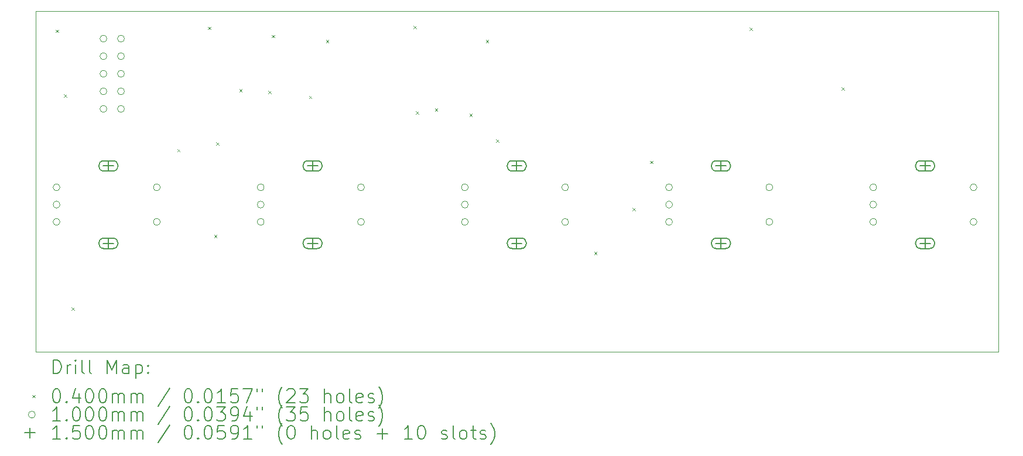
<source format=gbr>
%TF.GenerationSoftware,KiCad,Pcbnew,7.0.7*%
%TF.CreationDate,2024-03-19T10:02:14+01:00*%
%TF.ProjectId,Poly_UA_controller_5enc_5sw,506f6c79-5f55-4415-9f63-6f6e74726f6c,rev?*%
%TF.SameCoordinates,Original*%
%TF.FileFunction,Drillmap*%
%TF.FilePolarity,Positive*%
%FSLAX45Y45*%
G04 Gerber Fmt 4.5, Leading zero omitted, Abs format (unit mm)*
G04 Created by KiCad (PCBNEW 7.0.7) date 2024-03-19 10:02:14*
%MOMM*%
%LPD*%
G01*
G04 APERTURE LIST*
%ADD10C,0.100000*%
%ADD11C,0.200000*%
%ADD12C,0.040000*%
%ADD13C,0.150000*%
G04 APERTURE END LIST*
D10*
X11403160Y-1493520D02*
X25322360Y-1493520D01*
X25322360Y-6418580D01*
X11403160Y-6418580D01*
X11403160Y-1493520D01*
D11*
D12*
X11695580Y-1760540D02*
X11735580Y-1800540D01*
X11735580Y-1760540D02*
X11695580Y-1800540D01*
X11809880Y-2692720D02*
X11849880Y-2732720D01*
X11849880Y-2692720D02*
X11809880Y-2732720D01*
X11921640Y-5778820D02*
X11961640Y-5818820D01*
X11961640Y-5778820D02*
X11921640Y-5818820D01*
X13450720Y-3487740D02*
X13490720Y-3527740D01*
X13490720Y-3487740D02*
X13450720Y-3527740D01*
X13897760Y-1717360D02*
X13937760Y-1757360D01*
X13937760Y-1717360D02*
X13897760Y-1757360D01*
X13984120Y-4724720D02*
X14024120Y-4764720D01*
X14024120Y-4724720D02*
X13984120Y-4764720D01*
X14012060Y-3388680D02*
X14052060Y-3428680D01*
X14052060Y-3388680D02*
X14012060Y-3428680D01*
X14347340Y-2621600D02*
X14387340Y-2661600D01*
X14387340Y-2621600D02*
X14347340Y-2661600D01*
X14768980Y-2647000D02*
X14808980Y-2687000D01*
X14808980Y-2647000D02*
X14768980Y-2687000D01*
X14819780Y-1836740D02*
X14859780Y-1876740D01*
X14859780Y-1836740D02*
X14819780Y-1876740D01*
X15355720Y-2715580D02*
X15395720Y-2755580D01*
X15395720Y-2715580D02*
X15355720Y-2755580D01*
X15602100Y-1905320D02*
X15642100Y-1945320D01*
X15642100Y-1905320D02*
X15602100Y-1945320D01*
X16869560Y-1707200D02*
X16909560Y-1747200D01*
X16909560Y-1707200D02*
X16869560Y-1747200D01*
X16900040Y-2941640D02*
X16940040Y-2981640D01*
X16940040Y-2941640D02*
X16900040Y-2981640D01*
X17175800Y-2895920D02*
X17215800Y-2935920D01*
X17215800Y-2895920D02*
X17175800Y-2935920D01*
X17676180Y-2974660D02*
X17716180Y-3014660D01*
X17716180Y-2974660D02*
X17676180Y-3014660D01*
X17913500Y-1907860D02*
X17953500Y-1947860D01*
X17953500Y-1907860D02*
X17913500Y-1947860D01*
X18059720Y-3348040D02*
X18099720Y-3388040D01*
X18099720Y-3348040D02*
X18059720Y-3388040D01*
X19478140Y-4973640D02*
X19518140Y-5013640D01*
X19518140Y-4973640D02*
X19478140Y-5013640D01*
X20034400Y-4338640D02*
X20074400Y-4378640D01*
X20074400Y-4338640D02*
X20034400Y-4378640D01*
X20288400Y-3655380D02*
X20328400Y-3695380D01*
X20328400Y-3655380D02*
X20288400Y-3695380D01*
X21726040Y-1727520D02*
X21766040Y-1767520D01*
X21766040Y-1727520D02*
X21726040Y-1767520D01*
X23054460Y-2596200D02*
X23094460Y-2636200D01*
X23094460Y-2596200D02*
X23054460Y-2636200D01*
D10*
X11755560Y-4040060D02*
G75*
G03*
X11755560Y-4040060I-50000J0D01*
G01*
X11755560Y-4290060D02*
G75*
G03*
X11755560Y-4290060I-50000J0D01*
G01*
X11755560Y-4540060D02*
G75*
G03*
X11755560Y-4540060I-50000J0D01*
G01*
X12434100Y-1890260D02*
G75*
G03*
X12434100Y-1890260I-50000J0D01*
G01*
X12434100Y-2144260D02*
G75*
G03*
X12434100Y-2144260I-50000J0D01*
G01*
X12434100Y-2398260D02*
G75*
G03*
X12434100Y-2398260I-50000J0D01*
G01*
X12434100Y-2652260D02*
G75*
G03*
X12434100Y-2652260I-50000J0D01*
G01*
X12434100Y-2906260D02*
G75*
G03*
X12434100Y-2906260I-50000J0D01*
G01*
X12688100Y-1890260D02*
G75*
G03*
X12688100Y-1890260I-50000J0D01*
G01*
X12688100Y-2144260D02*
G75*
G03*
X12688100Y-2144260I-50000J0D01*
G01*
X12688100Y-2398260D02*
G75*
G03*
X12688100Y-2398260I-50000J0D01*
G01*
X12688100Y-2652260D02*
G75*
G03*
X12688100Y-2652260I-50000J0D01*
G01*
X12688100Y-2906260D02*
G75*
G03*
X12688100Y-2906260I-50000J0D01*
G01*
X13205560Y-4040060D02*
G75*
G03*
X13205560Y-4040060I-50000J0D01*
G01*
X13205560Y-4540060D02*
G75*
G03*
X13205560Y-4540060I-50000J0D01*
G01*
X14707675Y-4040060D02*
G75*
G03*
X14707675Y-4040060I-50000J0D01*
G01*
X14707675Y-4290060D02*
G75*
G03*
X14707675Y-4290060I-50000J0D01*
G01*
X14707675Y-4540060D02*
G75*
G03*
X14707675Y-4540060I-50000J0D01*
G01*
X16157675Y-4040060D02*
G75*
G03*
X16157675Y-4040060I-50000J0D01*
G01*
X16157675Y-4540060D02*
G75*
G03*
X16157675Y-4540060I-50000J0D01*
G01*
X17659790Y-4040060D02*
G75*
G03*
X17659790Y-4040060I-50000J0D01*
G01*
X17659790Y-4290060D02*
G75*
G03*
X17659790Y-4290060I-50000J0D01*
G01*
X17659790Y-4540060D02*
G75*
G03*
X17659790Y-4540060I-50000J0D01*
G01*
X19109790Y-4040060D02*
G75*
G03*
X19109790Y-4040060I-50000J0D01*
G01*
X19109790Y-4540060D02*
G75*
G03*
X19109790Y-4540060I-50000J0D01*
G01*
X20611905Y-4040060D02*
G75*
G03*
X20611905Y-4040060I-50000J0D01*
G01*
X20611905Y-4290060D02*
G75*
G03*
X20611905Y-4290060I-50000J0D01*
G01*
X20611905Y-4540060D02*
G75*
G03*
X20611905Y-4540060I-50000J0D01*
G01*
X22061905Y-4040060D02*
G75*
G03*
X22061905Y-4040060I-50000J0D01*
G01*
X22061905Y-4540060D02*
G75*
G03*
X22061905Y-4540060I-50000J0D01*
G01*
X23564020Y-4040060D02*
G75*
G03*
X23564020Y-4040060I-50000J0D01*
G01*
X23564020Y-4290060D02*
G75*
G03*
X23564020Y-4290060I-50000J0D01*
G01*
X23564020Y-4540060D02*
G75*
G03*
X23564020Y-4540060I-50000J0D01*
G01*
X25014020Y-4040060D02*
G75*
G03*
X25014020Y-4040060I-50000J0D01*
G01*
X25014020Y-4540060D02*
G75*
G03*
X25014020Y-4540060I-50000J0D01*
G01*
D13*
X12455560Y-3655060D02*
X12455560Y-3805060D01*
X12380560Y-3730060D02*
X12530560Y-3730060D01*
D11*
X12390560Y-3805060D02*
X12520560Y-3805060D01*
X12520560Y-3805060D02*
G75*
G03*
X12520560Y-3655060I0J75000D01*
G01*
X12520560Y-3655060D02*
X12390560Y-3655060D01*
X12390560Y-3655060D02*
G75*
G03*
X12390560Y-3805060I0J-75000D01*
G01*
D13*
X12455560Y-4775060D02*
X12455560Y-4925060D01*
X12380560Y-4850060D02*
X12530560Y-4850060D01*
D11*
X12390560Y-4925060D02*
X12520560Y-4925060D01*
X12520560Y-4925060D02*
G75*
G03*
X12520560Y-4775060I0J75000D01*
G01*
X12520560Y-4775060D02*
X12390560Y-4775060D01*
X12390560Y-4775060D02*
G75*
G03*
X12390560Y-4925060I0J-75000D01*
G01*
D13*
X15407675Y-3655060D02*
X15407675Y-3805060D01*
X15332675Y-3730060D02*
X15482675Y-3730060D01*
D11*
X15342675Y-3805060D02*
X15472675Y-3805060D01*
X15472675Y-3805060D02*
G75*
G03*
X15472675Y-3655060I0J75000D01*
G01*
X15472675Y-3655060D02*
X15342675Y-3655060D01*
X15342675Y-3655060D02*
G75*
G03*
X15342675Y-3805060I0J-75000D01*
G01*
D13*
X15407675Y-4775060D02*
X15407675Y-4925060D01*
X15332675Y-4850060D02*
X15482675Y-4850060D01*
D11*
X15342675Y-4925060D02*
X15472675Y-4925060D01*
X15472675Y-4925060D02*
G75*
G03*
X15472675Y-4775060I0J75000D01*
G01*
X15472675Y-4775060D02*
X15342675Y-4775060D01*
X15342675Y-4775060D02*
G75*
G03*
X15342675Y-4925060I0J-75000D01*
G01*
D13*
X18359790Y-3655060D02*
X18359790Y-3805060D01*
X18284790Y-3730060D02*
X18434790Y-3730060D01*
D11*
X18294790Y-3805060D02*
X18424790Y-3805060D01*
X18424790Y-3805060D02*
G75*
G03*
X18424790Y-3655060I0J75000D01*
G01*
X18424790Y-3655060D02*
X18294790Y-3655060D01*
X18294790Y-3655060D02*
G75*
G03*
X18294790Y-3805060I0J-75000D01*
G01*
D13*
X18359790Y-4775060D02*
X18359790Y-4925060D01*
X18284790Y-4850060D02*
X18434790Y-4850060D01*
D11*
X18294790Y-4925060D02*
X18424790Y-4925060D01*
X18424790Y-4925060D02*
G75*
G03*
X18424790Y-4775060I0J75000D01*
G01*
X18424790Y-4775060D02*
X18294790Y-4775060D01*
X18294790Y-4775060D02*
G75*
G03*
X18294790Y-4925060I0J-75000D01*
G01*
D13*
X21311905Y-3655060D02*
X21311905Y-3805060D01*
X21236905Y-3730060D02*
X21386905Y-3730060D01*
D11*
X21246905Y-3805060D02*
X21376905Y-3805060D01*
X21376905Y-3805060D02*
G75*
G03*
X21376905Y-3655060I0J75000D01*
G01*
X21376905Y-3655060D02*
X21246905Y-3655060D01*
X21246905Y-3655060D02*
G75*
G03*
X21246905Y-3805060I0J-75000D01*
G01*
D13*
X21311905Y-4775060D02*
X21311905Y-4925060D01*
X21236905Y-4850060D02*
X21386905Y-4850060D01*
D11*
X21246905Y-4925060D02*
X21376905Y-4925060D01*
X21376905Y-4925060D02*
G75*
G03*
X21376905Y-4775060I0J75000D01*
G01*
X21376905Y-4775060D02*
X21246905Y-4775060D01*
X21246905Y-4775060D02*
G75*
G03*
X21246905Y-4925060I0J-75000D01*
G01*
D13*
X24264020Y-3655060D02*
X24264020Y-3805060D01*
X24189020Y-3730060D02*
X24339020Y-3730060D01*
D11*
X24199020Y-3805060D02*
X24329020Y-3805060D01*
X24329020Y-3805060D02*
G75*
G03*
X24329020Y-3655060I0J75000D01*
G01*
X24329020Y-3655060D02*
X24199020Y-3655060D01*
X24199020Y-3655060D02*
G75*
G03*
X24199020Y-3805060I0J-75000D01*
G01*
D13*
X24264020Y-4775060D02*
X24264020Y-4925060D01*
X24189020Y-4850060D02*
X24339020Y-4850060D01*
D11*
X24199020Y-4925060D02*
X24329020Y-4925060D01*
X24329020Y-4925060D02*
G75*
G03*
X24329020Y-4775060I0J75000D01*
G01*
X24329020Y-4775060D02*
X24199020Y-4775060D01*
X24199020Y-4775060D02*
G75*
G03*
X24199020Y-4925060I0J-75000D01*
G01*
X11658937Y-6735064D02*
X11658937Y-6535064D01*
X11658937Y-6535064D02*
X11706556Y-6535064D01*
X11706556Y-6535064D02*
X11735127Y-6544588D01*
X11735127Y-6544588D02*
X11754175Y-6563635D01*
X11754175Y-6563635D02*
X11763699Y-6582683D01*
X11763699Y-6582683D02*
X11773222Y-6620778D01*
X11773222Y-6620778D02*
X11773222Y-6649349D01*
X11773222Y-6649349D02*
X11763699Y-6687445D01*
X11763699Y-6687445D02*
X11754175Y-6706492D01*
X11754175Y-6706492D02*
X11735127Y-6725540D01*
X11735127Y-6725540D02*
X11706556Y-6735064D01*
X11706556Y-6735064D02*
X11658937Y-6735064D01*
X11858937Y-6735064D02*
X11858937Y-6601730D01*
X11858937Y-6639826D02*
X11868461Y-6620778D01*
X11868461Y-6620778D02*
X11877984Y-6611254D01*
X11877984Y-6611254D02*
X11897032Y-6601730D01*
X11897032Y-6601730D02*
X11916080Y-6601730D01*
X11982746Y-6735064D02*
X11982746Y-6601730D01*
X11982746Y-6535064D02*
X11973222Y-6544588D01*
X11973222Y-6544588D02*
X11982746Y-6554111D01*
X11982746Y-6554111D02*
X11992270Y-6544588D01*
X11992270Y-6544588D02*
X11982746Y-6535064D01*
X11982746Y-6535064D02*
X11982746Y-6554111D01*
X12106556Y-6735064D02*
X12087508Y-6725540D01*
X12087508Y-6725540D02*
X12077984Y-6706492D01*
X12077984Y-6706492D02*
X12077984Y-6535064D01*
X12211318Y-6735064D02*
X12192270Y-6725540D01*
X12192270Y-6725540D02*
X12182746Y-6706492D01*
X12182746Y-6706492D02*
X12182746Y-6535064D01*
X12439889Y-6735064D02*
X12439889Y-6535064D01*
X12439889Y-6535064D02*
X12506556Y-6677921D01*
X12506556Y-6677921D02*
X12573222Y-6535064D01*
X12573222Y-6535064D02*
X12573222Y-6735064D01*
X12754175Y-6735064D02*
X12754175Y-6630302D01*
X12754175Y-6630302D02*
X12744651Y-6611254D01*
X12744651Y-6611254D02*
X12725603Y-6601730D01*
X12725603Y-6601730D02*
X12687508Y-6601730D01*
X12687508Y-6601730D02*
X12668461Y-6611254D01*
X12754175Y-6725540D02*
X12735127Y-6735064D01*
X12735127Y-6735064D02*
X12687508Y-6735064D01*
X12687508Y-6735064D02*
X12668461Y-6725540D01*
X12668461Y-6725540D02*
X12658937Y-6706492D01*
X12658937Y-6706492D02*
X12658937Y-6687445D01*
X12658937Y-6687445D02*
X12668461Y-6668397D01*
X12668461Y-6668397D02*
X12687508Y-6658873D01*
X12687508Y-6658873D02*
X12735127Y-6658873D01*
X12735127Y-6658873D02*
X12754175Y-6649349D01*
X12849413Y-6601730D02*
X12849413Y-6801730D01*
X12849413Y-6611254D02*
X12868461Y-6601730D01*
X12868461Y-6601730D02*
X12906556Y-6601730D01*
X12906556Y-6601730D02*
X12925603Y-6611254D01*
X12925603Y-6611254D02*
X12935127Y-6620778D01*
X12935127Y-6620778D02*
X12944651Y-6639826D01*
X12944651Y-6639826D02*
X12944651Y-6696968D01*
X12944651Y-6696968D02*
X12935127Y-6716016D01*
X12935127Y-6716016D02*
X12925603Y-6725540D01*
X12925603Y-6725540D02*
X12906556Y-6735064D01*
X12906556Y-6735064D02*
X12868461Y-6735064D01*
X12868461Y-6735064D02*
X12849413Y-6725540D01*
X13030365Y-6716016D02*
X13039889Y-6725540D01*
X13039889Y-6725540D02*
X13030365Y-6735064D01*
X13030365Y-6735064D02*
X13020842Y-6725540D01*
X13020842Y-6725540D02*
X13030365Y-6716016D01*
X13030365Y-6716016D02*
X13030365Y-6735064D01*
X13030365Y-6611254D02*
X13039889Y-6620778D01*
X13039889Y-6620778D02*
X13030365Y-6630302D01*
X13030365Y-6630302D02*
X13020842Y-6620778D01*
X13020842Y-6620778D02*
X13030365Y-6611254D01*
X13030365Y-6611254D02*
X13030365Y-6630302D01*
D12*
X11358160Y-7043580D02*
X11398160Y-7083580D01*
X11398160Y-7043580D02*
X11358160Y-7083580D01*
D11*
X11697032Y-6955064D02*
X11716080Y-6955064D01*
X11716080Y-6955064D02*
X11735127Y-6964588D01*
X11735127Y-6964588D02*
X11744651Y-6974111D01*
X11744651Y-6974111D02*
X11754175Y-6993159D01*
X11754175Y-6993159D02*
X11763699Y-7031254D01*
X11763699Y-7031254D02*
X11763699Y-7078873D01*
X11763699Y-7078873D02*
X11754175Y-7116968D01*
X11754175Y-7116968D02*
X11744651Y-7136016D01*
X11744651Y-7136016D02*
X11735127Y-7145540D01*
X11735127Y-7145540D02*
X11716080Y-7155064D01*
X11716080Y-7155064D02*
X11697032Y-7155064D01*
X11697032Y-7155064D02*
X11677984Y-7145540D01*
X11677984Y-7145540D02*
X11668461Y-7136016D01*
X11668461Y-7136016D02*
X11658937Y-7116968D01*
X11658937Y-7116968D02*
X11649413Y-7078873D01*
X11649413Y-7078873D02*
X11649413Y-7031254D01*
X11649413Y-7031254D02*
X11658937Y-6993159D01*
X11658937Y-6993159D02*
X11668461Y-6974111D01*
X11668461Y-6974111D02*
X11677984Y-6964588D01*
X11677984Y-6964588D02*
X11697032Y-6955064D01*
X11849413Y-7136016D02*
X11858937Y-7145540D01*
X11858937Y-7145540D02*
X11849413Y-7155064D01*
X11849413Y-7155064D02*
X11839889Y-7145540D01*
X11839889Y-7145540D02*
X11849413Y-7136016D01*
X11849413Y-7136016D02*
X11849413Y-7155064D01*
X12030365Y-7021730D02*
X12030365Y-7155064D01*
X11982746Y-6945540D02*
X11935127Y-7088397D01*
X11935127Y-7088397D02*
X12058937Y-7088397D01*
X12173222Y-6955064D02*
X12192270Y-6955064D01*
X12192270Y-6955064D02*
X12211318Y-6964588D01*
X12211318Y-6964588D02*
X12220842Y-6974111D01*
X12220842Y-6974111D02*
X12230365Y-6993159D01*
X12230365Y-6993159D02*
X12239889Y-7031254D01*
X12239889Y-7031254D02*
X12239889Y-7078873D01*
X12239889Y-7078873D02*
X12230365Y-7116968D01*
X12230365Y-7116968D02*
X12220842Y-7136016D01*
X12220842Y-7136016D02*
X12211318Y-7145540D01*
X12211318Y-7145540D02*
X12192270Y-7155064D01*
X12192270Y-7155064D02*
X12173222Y-7155064D01*
X12173222Y-7155064D02*
X12154175Y-7145540D01*
X12154175Y-7145540D02*
X12144651Y-7136016D01*
X12144651Y-7136016D02*
X12135127Y-7116968D01*
X12135127Y-7116968D02*
X12125603Y-7078873D01*
X12125603Y-7078873D02*
X12125603Y-7031254D01*
X12125603Y-7031254D02*
X12135127Y-6993159D01*
X12135127Y-6993159D02*
X12144651Y-6974111D01*
X12144651Y-6974111D02*
X12154175Y-6964588D01*
X12154175Y-6964588D02*
X12173222Y-6955064D01*
X12363699Y-6955064D02*
X12382746Y-6955064D01*
X12382746Y-6955064D02*
X12401794Y-6964588D01*
X12401794Y-6964588D02*
X12411318Y-6974111D01*
X12411318Y-6974111D02*
X12420842Y-6993159D01*
X12420842Y-6993159D02*
X12430365Y-7031254D01*
X12430365Y-7031254D02*
X12430365Y-7078873D01*
X12430365Y-7078873D02*
X12420842Y-7116968D01*
X12420842Y-7116968D02*
X12411318Y-7136016D01*
X12411318Y-7136016D02*
X12401794Y-7145540D01*
X12401794Y-7145540D02*
X12382746Y-7155064D01*
X12382746Y-7155064D02*
X12363699Y-7155064D01*
X12363699Y-7155064D02*
X12344651Y-7145540D01*
X12344651Y-7145540D02*
X12335127Y-7136016D01*
X12335127Y-7136016D02*
X12325603Y-7116968D01*
X12325603Y-7116968D02*
X12316080Y-7078873D01*
X12316080Y-7078873D02*
X12316080Y-7031254D01*
X12316080Y-7031254D02*
X12325603Y-6993159D01*
X12325603Y-6993159D02*
X12335127Y-6974111D01*
X12335127Y-6974111D02*
X12344651Y-6964588D01*
X12344651Y-6964588D02*
X12363699Y-6955064D01*
X12516080Y-7155064D02*
X12516080Y-7021730D01*
X12516080Y-7040778D02*
X12525603Y-7031254D01*
X12525603Y-7031254D02*
X12544651Y-7021730D01*
X12544651Y-7021730D02*
X12573223Y-7021730D01*
X12573223Y-7021730D02*
X12592270Y-7031254D01*
X12592270Y-7031254D02*
X12601794Y-7050302D01*
X12601794Y-7050302D02*
X12601794Y-7155064D01*
X12601794Y-7050302D02*
X12611318Y-7031254D01*
X12611318Y-7031254D02*
X12630365Y-7021730D01*
X12630365Y-7021730D02*
X12658937Y-7021730D01*
X12658937Y-7021730D02*
X12677984Y-7031254D01*
X12677984Y-7031254D02*
X12687508Y-7050302D01*
X12687508Y-7050302D02*
X12687508Y-7155064D01*
X12782746Y-7155064D02*
X12782746Y-7021730D01*
X12782746Y-7040778D02*
X12792270Y-7031254D01*
X12792270Y-7031254D02*
X12811318Y-7021730D01*
X12811318Y-7021730D02*
X12839889Y-7021730D01*
X12839889Y-7021730D02*
X12858937Y-7031254D01*
X12858937Y-7031254D02*
X12868461Y-7050302D01*
X12868461Y-7050302D02*
X12868461Y-7155064D01*
X12868461Y-7050302D02*
X12877984Y-7031254D01*
X12877984Y-7031254D02*
X12897032Y-7021730D01*
X12897032Y-7021730D02*
X12925603Y-7021730D01*
X12925603Y-7021730D02*
X12944651Y-7031254D01*
X12944651Y-7031254D02*
X12954175Y-7050302D01*
X12954175Y-7050302D02*
X12954175Y-7155064D01*
X13344651Y-6945540D02*
X13173223Y-7202683D01*
X13601794Y-6955064D02*
X13620842Y-6955064D01*
X13620842Y-6955064D02*
X13639889Y-6964588D01*
X13639889Y-6964588D02*
X13649413Y-6974111D01*
X13649413Y-6974111D02*
X13658937Y-6993159D01*
X13658937Y-6993159D02*
X13668461Y-7031254D01*
X13668461Y-7031254D02*
X13668461Y-7078873D01*
X13668461Y-7078873D02*
X13658937Y-7116968D01*
X13658937Y-7116968D02*
X13649413Y-7136016D01*
X13649413Y-7136016D02*
X13639889Y-7145540D01*
X13639889Y-7145540D02*
X13620842Y-7155064D01*
X13620842Y-7155064D02*
X13601794Y-7155064D01*
X13601794Y-7155064D02*
X13582746Y-7145540D01*
X13582746Y-7145540D02*
X13573223Y-7136016D01*
X13573223Y-7136016D02*
X13563699Y-7116968D01*
X13563699Y-7116968D02*
X13554175Y-7078873D01*
X13554175Y-7078873D02*
X13554175Y-7031254D01*
X13554175Y-7031254D02*
X13563699Y-6993159D01*
X13563699Y-6993159D02*
X13573223Y-6974111D01*
X13573223Y-6974111D02*
X13582746Y-6964588D01*
X13582746Y-6964588D02*
X13601794Y-6955064D01*
X13754175Y-7136016D02*
X13763699Y-7145540D01*
X13763699Y-7145540D02*
X13754175Y-7155064D01*
X13754175Y-7155064D02*
X13744651Y-7145540D01*
X13744651Y-7145540D02*
X13754175Y-7136016D01*
X13754175Y-7136016D02*
X13754175Y-7155064D01*
X13887508Y-6955064D02*
X13906556Y-6955064D01*
X13906556Y-6955064D02*
X13925604Y-6964588D01*
X13925604Y-6964588D02*
X13935127Y-6974111D01*
X13935127Y-6974111D02*
X13944651Y-6993159D01*
X13944651Y-6993159D02*
X13954175Y-7031254D01*
X13954175Y-7031254D02*
X13954175Y-7078873D01*
X13954175Y-7078873D02*
X13944651Y-7116968D01*
X13944651Y-7116968D02*
X13935127Y-7136016D01*
X13935127Y-7136016D02*
X13925604Y-7145540D01*
X13925604Y-7145540D02*
X13906556Y-7155064D01*
X13906556Y-7155064D02*
X13887508Y-7155064D01*
X13887508Y-7155064D02*
X13868461Y-7145540D01*
X13868461Y-7145540D02*
X13858937Y-7136016D01*
X13858937Y-7136016D02*
X13849413Y-7116968D01*
X13849413Y-7116968D02*
X13839889Y-7078873D01*
X13839889Y-7078873D02*
X13839889Y-7031254D01*
X13839889Y-7031254D02*
X13849413Y-6993159D01*
X13849413Y-6993159D02*
X13858937Y-6974111D01*
X13858937Y-6974111D02*
X13868461Y-6964588D01*
X13868461Y-6964588D02*
X13887508Y-6955064D01*
X14144651Y-7155064D02*
X14030366Y-7155064D01*
X14087508Y-7155064D02*
X14087508Y-6955064D01*
X14087508Y-6955064D02*
X14068461Y-6983635D01*
X14068461Y-6983635D02*
X14049413Y-7002683D01*
X14049413Y-7002683D02*
X14030366Y-7012207D01*
X14325604Y-6955064D02*
X14230366Y-6955064D01*
X14230366Y-6955064D02*
X14220842Y-7050302D01*
X14220842Y-7050302D02*
X14230366Y-7040778D01*
X14230366Y-7040778D02*
X14249413Y-7031254D01*
X14249413Y-7031254D02*
X14297032Y-7031254D01*
X14297032Y-7031254D02*
X14316080Y-7040778D01*
X14316080Y-7040778D02*
X14325604Y-7050302D01*
X14325604Y-7050302D02*
X14335127Y-7069349D01*
X14335127Y-7069349D02*
X14335127Y-7116968D01*
X14335127Y-7116968D02*
X14325604Y-7136016D01*
X14325604Y-7136016D02*
X14316080Y-7145540D01*
X14316080Y-7145540D02*
X14297032Y-7155064D01*
X14297032Y-7155064D02*
X14249413Y-7155064D01*
X14249413Y-7155064D02*
X14230366Y-7145540D01*
X14230366Y-7145540D02*
X14220842Y-7136016D01*
X14401794Y-6955064D02*
X14535127Y-6955064D01*
X14535127Y-6955064D02*
X14449413Y-7155064D01*
X14601794Y-6955064D02*
X14601794Y-6993159D01*
X14677985Y-6955064D02*
X14677985Y-6993159D01*
X14973223Y-7231254D02*
X14963699Y-7221730D01*
X14963699Y-7221730D02*
X14944651Y-7193159D01*
X14944651Y-7193159D02*
X14935128Y-7174111D01*
X14935128Y-7174111D02*
X14925604Y-7145540D01*
X14925604Y-7145540D02*
X14916080Y-7097921D01*
X14916080Y-7097921D02*
X14916080Y-7059826D01*
X14916080Y-7059826D02*
X14925604Y-7012207D01*
X14925604Y-7012207D02*
X14935128Y-6983635D01*
X14935128Y-6983635D02*
X14944651Y-6964588D01*
X14944651Y-6964588D02*
X14963699Y-6936016D01*
X14963699Y-6936016D02*
X14973223Y-6926492D01*
X15039889Y-6974111D02*
X15049413Y-6964588D01*
X15049413Y-6964588D02*
X15068461Y-6955064D01*
X15068461Y-6955064D02*
X15116080Y-6955064D01*
X15116080Y-6955064D02*
X15135128Y-6964588D01*
X15135128Y-6964588D02*
X15144651Y-6974111D01*
X15144651Y-6974111D02*
X15154175Y-6993159D01*
X15154175Y-6993159D02*
X15154175Y-7012207D01*
X15154175Y-7012207D02*
X15144651Y-7040778D01*
X15144651Y-7040778D02*
X15030366Y-7155064D01*
X15030366Y-7155064D02*
X15154175Y-7155064D01*
X15220842Y-6955064D02*
X15344651Y-6955064D01*
X15344651Y-6955064D02*
X15277985Y-7031254D01*
X15277985Y-7031254D02*
X15306556Y-7031254D01*
X15306556Y-7031254D02*
X15325604Y-7040778D01*
X15325604Y-7040778D02*
X15335128Y-7050302D01*
X15335128Y-7050302D02*
X15344651Y-7069349D01*
X15344651Y-7069349D02*
X15344651Y-7116968D01*
X15344651Y-7116968D02*
X15335128Y-7136016D01*
X15335128Y-7136016D02*
X15325604Y-7145540D01*
X15325604Y-7145540D02*
X15306556Y-7155064D01*
X15306556Y-7155064D02*
X15249413Y-7155064D01*
X15249413Y-7155064D02*
X15230366Y-7145540D01*
X15230366Y-7145540D02*
X15220842Y-7136016D01*
X15582747Y-7155064D02*
X15582747Y-6955064D01*
X15668461Y-7155064D02*
X15668461Y-7050302D01*
X15668461Y-7050302D02*
X15658937Y-7031254D01*
X15658937Y-7031254D02*
X15639890Y-7021730D01*
X15639890Y-7021730D02*
X15611318Y-7021730D01*
X15611318Y-7021730D02*
X15592270Y-7031254D01*
X15592270Y-7031254D02*
X15582747Y-7040778D01*
X15792270Y-7155064D02*
X15773223Y-7145540D01*
X15773223Y-7145540D02*
X15763699Y-7136016D01*
X15763699Y-7136016D02*
X15754175Y-7116968D01*
X15754175Y-7116968D02*
X15754175Y-7059826D01*
X15754175Y-7059826D02*
X15763699Y-7040778D01*
X15763699Y-7040778D02*
X15773223Y-7031254D01*
X15773223Y-7031254D02*
X15792270Y-7021730D01*
X15792270Y-7021730D02*
X15820842Y-7021730D01*
X15820842Y-7021730D02*
X15839890Y-7031254D01*
X15839890Y-7031254D02*
X15849413Y-7040778D01*
X15849413Y-7040778D02*
X15858937Y-7059826D01*
X15858937Y-7059826D02*
X15858937Y-7116968D01*
X15858937Y-7116968D02*
X15849413Y-7136016D01*
X15849413Y-7136016D02*
X15839890Y-7145540D01*
X15839890Y-7145540D02*
X15820842Y-7155064D01*
X15820842Y-7155064D02*
X15792270Y-7155064D01*
X15973223Y-7155064D02*
X15954175Y-7145540D01*
X15954175Y-7145540D02*
X15944651Y-7126492D01*
X15944651Y-7126492D02*
X15944651Y-6955064D01*
X16125604Y-7145540D02*
X16106556Y-7155064D01*
X16106556Y-7155064D02*
X16068461Y-7155064D01*
X16068461Y-7155064D02*
X16049413Y-7145540D01*
X16049413Y-7145540D02*
X16039890Y-7126492D01*
X16039890Y-7126492D02*
X16039890Y-7050302D01*
X16039890Y-7050302D02*
X16049413Y-7031254D01*
X16049413Y-7031254D02*
X16068461Y-7021730D01*
X16068461Y-7021730D02*
X16106556Y-7021730D01*
X16106556Y-7021730D02*
X16125604Y-7031254D01*
X16125604Y-7031254D02*
X16135128Y-7050302D01*
X16135128Y-7050302D02*
X16135128Y-7069349D01*
X16135128Y-7069349D02*
X16039890Y-7088397D01*
X16211318Y-7145540D02*
X16230366Y-7155064D01*
X16230366Y-7155064D02*
X16268461Y-7155064D01*
X16268461Y-7155064D02*
X16287509Y-7145540D01*
X16287509Y-7145540D02*
X16297032Y-7126492D01*
X16297032Y-7126492D02*
X16297032Y-7116968D01*
X16297032Y-7116968D02*
X16287509Y-7097921D01*
X16287509Y-7097921D02*
X16268461Y-7088397D01*
X16268461Y-7088397D02*
X16239890Y-7088397D01*
X16239890Y-7088397D02*
X16220842Y-7078873D01*
X16220842Y-7078873D02*
X16211318Y-7059826D01*
X16211318Y-7059826D02*
X16211318Y-7050302D01*
X16211318Y-7050302D02*
X16220842Y-7031254D01*
X16220842Y-7031254D02*
X16239890Y-7021730D01*
X16239890Y-7021730D02*
X16268461Y-7021730D01*
X16268461Y-7021730D02*
X16287509Y-7031254D01*
X16363699Y-7231254D02*
X16373223Y-7221730D01*
X16373223Y-7221730D02*
X16392271Y-7193159D01*
X16392271Y-7193159D02*
X16401794Y-7174111D01*
X16401794Y-7174111D02*
X16411318Y-7145540D01*
X16411318Y-7145540D02*
X16420842Y-7097921D01*
X16420842Y-7097921D02*
X16420842Y-7059826D01*
X16420842Y-7059826D02*
X16411318Y-7012207D01*
X16411318Y-7012207D02*
X16401794Y-6983635D01*
X16401794Y-6983635D02*
X16392271Y-6964588D01*
X16392271Y-6964588D02*
X16373223Y-6936016D01*
X16373223Y-6936016D02*
X16363699Y-6926492D01*
D10*
X11398160Y-7327580D02*
G75*
G03*
X11398160Y-7327580I-50000J0D01*
G01*
D11*
X11763699Y-7419064D02*
X11649413Y-7419064D01*
X11706556Y-7419064D02*
X11706556Y-7219064D01*
X11706556Y-7219064D02*
X11687508Y-7247635D01*
X11687508Y-7247635D02*
X11668461Y-7266683D01*
X11668461Y-7266683D02*
X11649413Y-7276207D01*
X11849413Y-7400016D02*
X11858937Y-7409540D01*
X11858937Y-7409540D02*
X11849413Y-7419064D01*
X11849413Y-7419064D02*
X11839889Y-7409540D01*
X11839889Y-7409540D02*
X11849413Y-7400016D01*
X11849413Y-7400016D02*
X11849413Y-7419064D01*
X11982746Y-7219064D02*
X12001794Y-7219064D01*
X12001794Y-7219064D02*
X12020842Y-7228588D01*
X12020842Y-7228588D02*
X12030365Y-7238111D01*
X12030365Y-7238111D02*
X12039889Y-7257159D01*
X12039889Y-7257159D02*
X12049413Y-7295254D01*
X12049413Y-7295254D02*
X12049413Y-7342873D01*
X12049413Y-7342873D02*
X12039889Y-7380968D01*
X12039889Y-7380968D02*
X12030365Y-7400016D01*
X12030365Y-7400016D02*
X12020842Y-7409540D01*
X12020842Y-7409540D02*
X12001794Y-7419064D01*
X12001794Y-7419064D02*
X11982746Y-7419064D01*
X11982746Y-7419064D02*
X11963699Y-7409540D01*
X11963699Y-7409540D02*
X11954175Y-7400016D01*
X11954175Y-7400016D02*
X11944651Y-7380968D01*
X11944651Y-7380968D02*
X11935127Y-7342873D01*
X11935127Y-7342873D02*
X11935127Y-7295254D01*
X11935127Y-7295254D02*
X11944651Y-7257159D01*
X11944651Y-7257159D02*
X11954175Y-7238111D01*
X11954175Y-7238111D02*
X11963699Y-7228588D01*
X11963699Y-7228588D02*
X11982746Y-7219064D01*
X12173222Y-7219064D02*
X12192270Y-7219064D01*
X12192270Y-7219064D02*
X12211318Y-7228588D01*
X12211318Y-7228588D02*
X12220842Y-7238111D01*
X12220842Y-7238111D02*
X12230365Y-7257159D01*
X12230365Y-7257159D02*
X12239889Y-7295254D01*
X12239889Y-7295254D02*
X12239889Y-7342873D01*
X12239889Y-7342873D02*
X12230365Y-7380968D01*
X12230365Y-7380968D02*
X12220842Y-7400016D01*
X12220842Y-7400016D02*
X12211318Y-7409540D01*
X12211318Y-7409540D02*
X12192270Y-7419064D01*
X12192270Y-7419064D02*
X12173222Y-7419064D01*
X12173222Y-7419064D02*
X12154175Y-7409540D01*
X12154175Y-7409540D02*
X12144651Y-7400016D01*
X12144651Y-7400016D02*
X12135127Y-7380968D01*
X12135127Y-7380968D02*
X12125603Y-7342873D01*
X12125603Y-7342873D02*
X12125603Y-7295254D01*
X12125603Y-7295254D02*
X12135127Y-7257159D01*
X12135127Y-7257159D02*
X12144651Y-7238111D01*
X12144651Y-7238111D02*
X12154175Y-7228588D01*
X12154175Y-7228588D02*
X12173222Y-7219064D01*
X12363699Y-7219064D02*
X12382746Y-7219064D01*
X12382746Y-7219064D02*
X12401794Y-7228588D01*
X12401794Y-7228588D02*
X12411318Y-7238111D01*
X12411318Y-7238111D02*
X12420842Y-7257159D01*
X12420842Y-7257159D02*
X12430365Y-7295254D01*
X12430365Y-7295254D02*
X12430365Y-7342873D01*
X12430365Y-7342873D02*
X12420842Y-7380968D01*
X12420842Y-7380968D02*
X12411318Y-7400016D01*
X12411318Y-7400016D02*
X12401794Y-7409540D01*
X12401794Y-7409540D02*
X12382746Y-7419064D01*
X12382746Y-7419064D02*
X12363699Y-7419064D01*
X12363699Y-7419064D02*
X12344651Y-7409540D01*
X12344651Y-7409540D02*
X12335127Y-7400016D01*
X12335127Y-7400016D02*
X12325603Y-7380968D01*
X12325603Y-7380968D02*
X12316080Y-7342873D01*
X12316080Y-7342873D02*
X12316080Y-7295254D01*
X12316080Y-7295254D02*
X12325603Y-7257159D01*
X12325603Y-7257159D02*
X12335127Y-7238111D01*
X12335127Y-7238111D02*
X12344651Y-7228588D01*
X12344651Y-7228588D02*
X12363699Y-7219064D01*
X12516080Y-7419064D02*
X12516080Y-7285730D01*
X12516080Y-7304778D02*
X12525603Y-7295254D01*
X12525603Y-7295254D02*
X12544651Y-7285730D01*
X12544651Y-7285730D02*
X12573223Y-7285730D01*
X12573223Y-7285730D02*
X12592270Y-7295254D01*
X12592270Y-7295254D02*
X12601794Y-7314302D01*
X12601794Y-7314302D02*
X12601794Y-7419064D01*
X12601794Y-7314302D02*
X12611318Y-7295254D01*
X12611318Y-7295254D02*
X12630365Y-7285730D01*
X12630365Y-7285730D02*
X12658937Y-7285730D01*
X12658937Y-7285730D02*
X12677984Y-7295254D01*
X12677984Y-7295254D02*
X12687508Y-7314302D01*
X12687508Y-7314302D02*
X12687508Y-7419064D01*
X12782746Y-7419064D02*
X12782746Y-7285730D01*
X12782746Y-7304778D02*
X12792270Y-7295254D01*
X12792270Y-7295254D02*
X12811318Y-7285730D01*
X12811318Y-7285730D02*
X12839889Y-7285730D01*
X12839889Y-7285730D02*
X12858937Y-7295254D01*
X12858937Y-7295254D02*
X12868461Y-7314302D01*
X12868461Y-7314302D02*
X12868461Y-7419064D01*
X12868461Y-7314302D02*
X12877984Y-7295254D01*
X12877984Y-7295254D02*
X12897032Y-7285730D01*
X12897032Y-7285730D02*
X12925603Y-7285730D01*
X12925603Y-7285730D02*
X12944651Y-7295254D01*
X12944651Y-7295254D02*
X12954175Y-7314302D01*
X12954175Y-7314302D02*
X12954175Y-7419064D01*
X13344651Y-7209540D02*
X13173223Y-7466683D01*
X13601794Y-7219064D02*
X13620842Y-7219064D01*
X13620842Y-7219064D02*
X13639889Y-7228588D01*
X13639889Y-7228588D02*
X13649413Y-7238111D01*
X13649413Y-7238111D02*
X13658937Y-7257159D01*
X13658937Y-7257159D02*
X13668461Y-7295254D01*
X13668461Y-7295254D02*
X13668461Y-7342873D01*
X13668461Y-7342873D02*
X13658937Y-7380968D01*
X13658937Y-7380968D02*
X13649413Y-7400016D01*
X13649413Y-7400016D02*
X13639889Y-7409540D01*
X13639889Y-7409540D02*
X13620842Y-7419064D01*
X13620842Y-7419064D02*
X13601794Y-7419064D01*
X13601794Y-7419064D02*
X13582746Y-7409540D01*
X13582746Y-7409540D02*
X13573223Y-7400016D01*
X13573223Y-7400016D02*
X13563699Y-7380968D01*
X13563699Y-7380968D02*
X13554175Y-7342873D01*
X13554175Y-7342873D02*
X13554175Y-7295254D01*
X13554175Y-7295254D02*
X13563699Y-7257159D01*
X13563699Y-7257159D02*
X13573223Y-7238111D01*
X13573223Y-7238111D02*
X13582746Y-7228588D01*
X13582746Y-7228588D02*
X13601794Y-7219064D01*
X13754175Y-7400016D02*
X13763699Y-7409540D01*
X13763699Y-7409540D02*
X13754175Y-7419064D01*
X13754175Y-7419064D02*
X13744651Y-7409540D01*
X13744651Y-7409540D02*
X13754175Y-7400016D01*
X13754175Y-7400016D02*
X13754175Y-7419064D01*
X13887508Y-7219064D02*
X13906556Y-7219064D01*
X13906556Y-7219064D02*
X13925604Y-7228588D01*
X13925604Y-7228588D02*
X13935127Y-7238111D01*
X13935127Y-7238111D02*
X13944651Y-7257159D01*
X13944651Y-7257159D02*
X13954175Y-7295254D01*
X13954175Y-7295254D02*
X13954175Y-7342873D01*
X13954175Y-7342873D02*
X13944651Y-7380968D01*
X13944651Y-7380968D02*
X13935127Y-7400016D01*
X13935127Y-7400016D02*
X13925604Y-7409540D01*
X13925604Y-7409540D02*
X13906556Y-7419064D01*
X13906556Y-7419064D02*
X13887508Y-7419064D01*
X13887508Y-7419064D02*
X13868461Y-7409540D01*
X13868461Y-7409540D02*
X13858937Y-7400016D01*
X13858937Y-7400016D02*
X13849413Y-7380968D01*
X13849413Y-7380968D02*
X13839889Y-7342873D01*
X13839889Y-7342873D02*
X13839889Y-7295254D01*
X13839889Y-7295254D02*
X13849413Y-7257159D01*
X13849413Y-7257159D02*
X13858937Y-7238111D01*
X13858937Y-7238111D02*
X13868461Y-7228588D01*
X13868461Y-7228588D02*
X13887508Y-7219064D01*
X14020842Y-7219064D02*
X14144651Y-7219064D01*
X14144651Y-7219064D02*
X14077985Y-7295254D01*
X14077985Y-7295254D02*
X14106556Y-7295254D01*
X14106556Y-7295254D02*
X14125604Y-7304778D01*
X14125604Y-7304778D02*
X14135127Y-7314302D01*
X14135127Y-7314302D02*
X14144651Y-7333349D01*
X14144651Y-7333349D02*
X14144651Y-7380968D01*
X14144651Y-7380968D02*
X14135127Y-7400016D01*
X14135127Y-7400016D02*
X14125604Y-7409540D01*
X14125604Y-7409540D02*
X14106556Y-7419064D01*
X14106556Y-7419064D02*
X14049413Y-7419064D01*
X14049413Y-7419064D02*
X14030366Y-7409540D01*
X14030366Y-7409540D02*
X14020842Y-7400016D01*
X14239889Y-7419064D02*
X14277985Y-7419064D01*
X14277985Y-7419064D02*
X14297032Y-7409540D01*
X14297032Y-7409540D02*
X14306556Y-7400016D01*
X14306556Y-7400016D02*
X14325604Y-7371445D01*
X14325604Y-7371445D02*
X14335127Y-7333349D01*
X14335127Y-7333349D02*
X14335127Y-7257159D01*
X14335127Y-7257159D02*
X14325604Y-7238111D01*
X14325604Y-7238111D02*
X14316080Y-7228588D01*
X14316080Y-7228588D02*
X14297032Y-7219064D01*
X14297032Y-7219064D02*
X14258937Y-7219064D01*
X14258937Y-7219064D02*
X14239889Y-7228588D01*
X14239889Y-7228588D02*
X14230366Y-7238111D01*
X14230366Y-7238111D02*
X14220842Y-7257159D01*
X14220842Y-7257159D02*
X14220842Y-7304778D01*
X14220842Y-7304778D02*
X14230366Y-7323826D01*
X14230366Y-7323826D02*
X14239889Y-7333349D01*
X14239889Y-7333349D02*
X14258937Y-7342873D01*
X14258937Y-7342873D02*
X14297032Y-7342873D01*
X14297032Y-7342873D02*
X14316080Y-7333349D01*
X14316080Y-7333349D02*
X14325604Y-7323826D01*
X14325604Y-7323826D02*
X14335127Y-7304778D01*
X14506556Y-7285730D02*
X14506556Y-7419064D01*
X14458937Y-7209540D02*
X14411318Y-7352397D01*
X14411318Y-7352397D02*
X14535127Y-7352397D01*
X14601794Y-7219064D02*
X14601794Y-7257159D01*
X14677985Y-7219064D02*
X14677985Y-7257159D01*
X14973223Y-7495254D02*
X14963699Y-7485730D01*
X14963699Y-7485730D02*
X14944651Y-7457159D01*
X14944651Y-7457159D02*
X14935128Y-7438111D01*
X14935128Y-7438111D02*
X14925604Y-7409540D01*
X14925604Y-7409540D02*
X14916080Y-7361921D01*
X14916080Y-7361921D02*
X14916080Y-7323826D01*
X14916080Y-7323826D02*
X14925604Y-7276207D01*
X14925604Y-7276207D02*
X14935128Y-7247635D01*
X14935128Y-7247635D02*
X14944651Y-7228588D01*
X14944651Y-7228588D02*
X14963699Y-7200016D01*
X14963699Y-7200016D02*
X14973223Y-7190492D01*
X15030366Y-7219064D02*
X15154175Y-7219064D01*
X15154175Y-7219064D02*
X15087508Y-7295254D01*
X15087508Y-7295254D02*
X15116080Y-7295254D01*
X15116080Y-7295254D02*
X15135128Y-7304778D01*
X15135128Y-7304778D02*
X15144651Y-7314302D01*
X15144651Y-7314302D02*
X15154175Y-7333349D01*
X15154175Y-7333349D02*
X15154175Y-7380968D01*
X15154175Y-7380968D02*
X15144651Y-7400016D01*
X15144651Y-7400016D02*
X15135128Y-7409540D01*
X15135128Y-7409540D02*
X15116080Y-7419064D01*
X15116080Y-7419064D02*
X15058937Y-7419064D01*
X15058937Y-7419064D02*
X15039889Y-7409540D01*
X15039889Y-7409540D02*
X15030366Y-7400016D01*
X15335128Y-7219064D02*
X15239889Y-7219064D01*
X15239889Y-7219064D02*
X15230366Y-7314302D01*
X15230366Y-7314302D02*
X15239889Y-7304778D01*
X15239889Y-7304778D02*
X15258937Y-7295254D01*
X15258937Y-7295254D02*
X15306556Y-7295254D01*
X15306556Y-7295254D02*
X15325604Y-7304778D01*
X15325604Y-7304778D02*
X15335128Y-7314302D01*
X15335128Y-7314302D02*
X15344651Y-7333349D01*
X15344651Y-7333349D02*
X15344651Y-7380968D01*
X15344651Y-7380968D02*
X15335128Y-7400016D01*
X15335128Y-7400016D02*
X15325604Y-7409540D01*
X15325604Y-7409540D02*
X15306556Y-7419064D01*
X15306556Y-7419064D02*
X15258937Y-7419064D01*
X15258937Y-7419064D02*
X15239889Y-7409540D01*
X15239889Y-7409540D02*
X15230366Y-7400016D01*
X15582747Y-7419064D02*
X15582747Y-7219064D01*
X15668461Y-7419064D02*
X15668461Y-7314302D01*
X15668461Y-7314302D02*
X15658937Y-7295254D01*
X15658937Y-7295254D02*
X15639890Y-7285730D01*
X15639890Y-7285730D02*
X15611318Y-7285730D01*
X15611318Y-7285730D02*
X15592270Y-7295254D01*
X15592270Y-7295254D02*
X15582747Y-7304778D01*
X15792270Y-7419064D02*
X15773223Y-7409540D01*
X15773223Y-7409540D02*
X15763699Y-7400016D01*
X15763699Y-7400016D02*
X15754175Y-7380968D01*
X15754175Y-7380968D02*
X15754175Y-7323826D01*
X15754175Y-7323826D02*
X15763699Y-7304778D01*
X15763699Y-7304778D02*
X15773223Y-7295254D01*
X15773223Y-7295254D02*
X15792270Y-7285730D01*
X15792270Y-7285730D02*
X15820842Y-7285730D01*
X15820842Y-7285730D02*
X15839890Y-7295254D01*
X15839890Y-7295254D02*
X15849413Y-7304778D01*
X15849413Y-7304778D02*
X15858937Y-7323826D01*
X15858937Y-7323826D02*
X15858937Y-7380968D01*
X15858937Y-7380968D02*
X15849413Y-7400016D01*
X15849413Y-7400016D02*
X15839890Y-7409540D01*
X15839890Y-7409540D02*
X15820842Y-7419064D01*
X15820842Y-7419064D02*
X15792270Y-7419064D01*
X15973223Y-7419064D02*
X15954175Y-7409540D01*
X15954175Y-7409540D02*
X15944651Y-7390492D01*
X15944651Y-7390492D02*
X15944651Y-7219064D01*
X16125604Y-7409540D02*
X16106556Y-7419064D01*
X16106556Y-7419064D02*
X16068461Y-7419064D01*
X16068461Y-7419064D02*
X16049413Y-7409540D01*
X16049413Y-7409540D02*
X16039890Y-7390492D01*
X16039890Y-7390492D02*
X16039890Y-7314302D01*
X16039890Y-7314302D02*
X16049413Y-7295254D01*
X16049413Y-7295254D02*
X16068461Y-7285730D01*
X16068461Y-7285730D02*
X16106556Y-7285730D01*
X16106556Y-7285730D02*
X16125604Y-7295254D01*
X16125604Y-7295254D02*
X16135128Y-7314302D01*
X16135128Y-7314302D02*
X16135128Y-7333349D01*
X16135128Y-7333349D02*
X16039890Y-7352397D01*
X16211318Y-7409540D02*
X16230366Y-7419064D01*
X16230366Y-7419064D02*
X16268461Y-7419064D01*
X16268461Y-7419064D02*
X16287509Y-7409540D01*
X16287509Y-7409540D02*
X16297032Y-7390492D01*
X16297032Y-7390492D02*
X16297032Y-7380968D01*
X16297032Y-7380968D02*
X16287509Y-7361921D01*
X16287509Y-7361921D02*
X16268461Y-7352397D01*
X16268461Y-7352397D02*
X16239890Y-7352397D01*
X16239890Y-7352397D02*
X16220842Y-7342873D01*
X16220842Y-7342873D02*
X16211318Y-7323826D01*
X16211318Y-7323826D02*
X16211318Y-7314302D01*
X16211318Y-7314302D02*
X16220842Y-7295254D01*
X16220842Y-7295254D02*
X16239890Y-7285730D01*
X16239890Y-7285730D02*
X16268461Y-7285730D01*
X16268461Y-7285730D02*
X16287509Y-7295254D01*
X16363699Y-7495254D02*
X16373223Y-7485730D01*
X16373223Y-7485730D02*
X16392271Y-7457159D01*
X16392271Y-7457159D02*
X16401794Y-7438111D01*
X16401794Y-7438111D02*
X16411318Y-7409540D01*
X16411318Y-7409540D02*
X16420842Y-7361921D01*
X16420842Y-7361921D02*
X16420842Y-7323826D01*
X16420842Y-7323826D02*
X16411318Y-7276207D01*
X16411318Y-7276207D02*
X16401794Y-7247635D01*
X16401794Y-7247635D02*
X16392271Y-7228588D01*
X16392271Y-7228588D02*
X16373223Y-7200016D01*
X16373223Y-7200016D02*
X16363699Y-7190492D01*
D13*
X11323160Y-7516580D02*
X11323160Y-7666580D01*
X11248160Y-7591580D02*
X11398160Y-7591580D01*
D11*
X11763699Y-7683064D02*
X11649413Y-7683064D01*
X11706556Y-7683064D02*
X11706556Y-7483064D01*
X11706556Y-7483064D02*
X11687508Y-7511635D01*
X11687508Y-7511635D02*
X11668461Y-7530683D01*
X11668461Y-7530683D02*
X11649413Y-7540207D01*
X11849413Y-7664016D02*
X11858937Y-7673540D01*
X11858937Y-7673540D02*
X11849413Y-7683064D01*
X11849413Y-7683064D02*
X11839889Y-7673540D01*
X11839889Y-7673540D02*
X11849413Y-7664016D01*
X11849413Y-7664016D02*
X11849413Y-7683064D01*
X12039889Y-7483064D02*
X11944651Y-7483064D01*
X11944651Y-7483064D02*
X11935127Y-7578302D01*
X11935127Y-7578302D02*
X11944651Y-7568778D01*
X11944651Y-7568778D02*
X11963699Y-7559254D01*
X11963699Y-7559254D02*
X12011318Y-7559254D01*
X12011318Y-7559254D02*
X12030365Y-7568778D01*
X12030365Y-7568778D02*
X12039889Y-7578302D01*
X12039889Y-7578302D02*
X12049413Y-7597349D01*
X12049413Y-7597349D02*
X12049413Y-7644968D01*
X12049413Y-7644968D02*
X12039889Y-7664016D01*
X12039889Y-7664016D02*
X12030365Y-7673540D01*
X12030365Y-7673540D02*
X12011318Y-7683064D01*
X12011318Y-7683064D02*
X11963699Y-7683064D01*
X11963699Y-7683064D02*
X11944651Y-7673540D01*
X11944651Y-7673540D02*
X11935127Y-7664016D01*
X12173222Y-7483064D02*
X12192270Y-7483064D01*
X12192270Y-7483064D02*
X12211318Y-7492588D01*
X12211318Y-7492588D02*
X12220842Y-7502111D01*
X12220842Y-7502111D02*
X12230365Y-7521159D01*
X12230365Y-7521159D02*
X12239889Y-7559254D01*
X12239889Y-7559254D02*
X12239889Y-7606873D01*
X12239889Y-7606873D02*
X12230365Y-7644968D01*
X12230365Y-7644968D02*
X12220842Y-7664016D01*
X12220842Y-7664016D02*
X12211318Y-7673540D01*
X12211318Y-7673540D02*
X12192270Y-7683064D01*
X12192270Y-7683064D02*
X12173222Y-7683064D01*
X12173222Y-7683064D02*
X12154175Y-7673540D01*
X12154175Y-7673540D02*
X12144651Y-7664016D01*
X12144651Y-7664016D02*
X12135127Y-7644968D01*
X12135127Y-7644968D02*
X12125603Y-7606873D01*
X12125603Y-7606873D02*
X12125603Y-7559254D01*
X12125603Y-7559254D02*
X12135127Y-7521159D01*
X12135127Y-7521159D02*
X12144651Y-7502111D01*
X12144651Y-7502111D02*
X12154175Y-7492588D01*
X12154175Y-7492588D02*
X12173222Y-7483064D01*
X12363699Y-7483064D02*
X12382746Y-7483064D01*
X12382746Y-7483064D02*
X12401794Y-7492588D01*
X12401794Y-7492588D02*
X12411318Y-7502111D01*
X12411318Y-7502111D02*
X12420842Y-7521159D01*
X12420842Y-7521159D02*
X12430365Y-7559254D01*
X12430365Y-7559254D02*
X12430365Y-7606873D01*
X12430365Y-7606873D02*
X12420842Y-7644968D01*
X12420842Y-7644968D02*
X12411318Y-7664016D01*
X12411318Y-7664016D02*
X12401794Y-7673540D01*
X12401794Y-7673540D02*
X12382746Y-7683064D01*
X12382746Y-7683064D02*
X12363699Y-7683064D01*
X12363699Y-7683064D02*
X12344651Y-7673540D01*
X12344651Y-7673540D02*
X12335127Y-7664016D01*
X12335127Y-7664016D02*
X12325603Y-7644968D01*
X12325603Y-7644968D02*
X12316080Y-7606873D01*
X12316080Y-7606873D02*
X12316080Y-7559254D01*
X12316080Y-7559254D02*
X12325603Y-7521159D01*
X12325603Y-7521159D02*
X12335127Y-7502111D01*
X12335127Y-7502111D02*
X12344651Y-7492588D01*
X12344651Y-7492588D02*
X12363699Y-7483064D01*
X12516080Y-7683064D02*
X12516080Y-7549730D01*
X12516080Y-7568778D02*
X12525603Y-7559254D01*
X12525603Y-7559254D02*
X12544651Y-7549730D01*
X12544651Y-7549730D02*
X12573223Y-7549730D01*
X12573223Y-7549730D02*
X12592270Y-7559254D01*
X12592270Y-7559254D02*
X12601794Y-7578302D01*
X12601794Y-7578302D02*
X12601794Y-7683064D01*
X12601794Y-7578302D02*
X12611318Y-7559254D01*
X12611318Y-7559254D02*
X12630365Y-7549730D01*
X12630365Y-7549730D02*
X12658937Y-7549730D01*
X12658937Y-7549730D02*
X12677984Y-7559254D01*
X12677984Y-7559254D02*
X12687508Y-7578302D01*
X12687508Y-7578302D02*
X12687508Y-7683064D01*
X12782746Y-7683064D02*
X12782746Y-7549730D01*
X12782746Y-7568778D02*
X12792270Y-7559254D01*
X12792270Y-7559254D02*
X12811318Y-7549730D01*
X12811318Y-7549730D02*
X12839889Y-7549730D01*
X12839889Y-7549730D02*
X12858937Y-7559254D01*
X12858937Y-7559254D02*
X12868461Y-7578302D01*
X12868461Y-7578302D02*
X12868461Y-7683064D01*
X12868461Y-7578302D02*
X12877984Y-7559254D01*
X12877984Y-7559254D02*
X12897032Y-7549730D01*
X12897032Y-7549730D02*
X12925603Y-7549730D01*
X12925603Y-7549730D02*
X12944651Y-7559254D01*
X12944651Y-7559254D02*
X12954175Y-7578302D01*
X12954175Y-7578302D02*
X12954175Y-7683064D01*
X13344651Y-7473540D02*
X13173223Y-7730683D01*
X13601794Y-7483064D02*
X13620842Y-7483064D01*
X13620842Y-7483064D02*
X13639889Y-7492588D01*
X13639889Y-7492588D02*
X13649413Y-7502111D01*
X13649413Y-7502111D02*
X13658937Y-7521159D01*
X13658937Y-7521159D02*
X13668461Y-7559254D01*
X13668461Y-7559254D02*
X13668461Y-7606873D01*
X13668461Y-7606873D02*
X13658937Y-7644968D01*
X13658937Y-7644968D02*
X13649413Y-7664016D01*
X13649413Y-7664016D02*
X13639889Y-7673540D01*
X13639889Y-7673540D02*
X13620842Y-7683064D01*
X13620842Y-7683064D02*
X13601794Y-7683064D01*
X13601794Y-7683064D02*
X13582746Y-7673540D01*
X13582746Y-7673540D02*
X13573223Y-7664016D01*
X13573223Y-7664016D02*
X13563699Y-7644968D01*
X13563699Y-7644968D02*
X13554175Y-7606873D01*
X13554175Y-7606873D02*
X13554175Y-7559254D01*
X13554175Y-7559254D02*
X13563699Y-7521159D01*
X13563699Y-7521159D02*
X13573223Y-7502111D01*
X13573223Y-7502111D02*
X13582746Y-7492588D01*
X13582746Y-7492588D02*
X13601794Y-7483064D01*
X13754175Y-7664016D02*
X13763699Y-7673540D01*
X13763699Y-7673540D02*
X13754175Y-7683064D01*
X13754175Y-7683064D02*
X13744651Y-7673540D01*
X13744651Y-7673540D02*
X13754175Y-7664016D01*
X13754175Y-7664016D02*
X13754175Y-7683064D01*
X13887508Y-7483064D02*
X13906556Y-7483064D01*
X13906556Y-7483064D02*
X13925604Y-7492588D01*
X13925604Y-7492588D02*
X13935127Y-7502111D01*
X13935127Y-7502111D02*
X13944651Y-7521159D01*
X13944651Y-7521159D02*
X13954175Y-7559254D01*
X13954175Y-7559254D02*
X13954175Y-7606873D01*
X13954175Y-7606873D02*
X13944651Y-7644968D01*
X13944651Y-7644968D02*
X13935127Y-7664016D01*
X13935127Y-7664016D02*
X13925604Y-7673540D01*
X13925604Y-7673540D02*
X13906556Y-7683064D01*
X13906556Y-7683064D02*
X13887508Y-7683064D01*
X13887508Y-7683064D02*
X13868461Y-7673540D01*
X13868461Y-7673540D02*
X13858937Y-7664016D01*
X13858937Y-7664016D02*
X13849413Y-7644968D01*
X13849413Y-7644968D02*
X13839889Y-7606873D01*
X13839889Y-7606873D02*
X13839889Y-7559254D01*
X13839889Y-7559254D02*
X13849413Y-7521159D01*
X13849413Y-7521159D02*
X13858937Y-7502111D01*
X13858937Y-7502111D02*
X13868461Y-7492588D01*
X13868461Y-7492588D02*
X13887508Y-7483064D01*
X14135127Y-7483064D02*
X14039889Y-7483064D01*
X14039889Y-7483064D02*
X14030366Y-7578302D01*
X14030366Y-7578302D02*
X14039889Y-7568778D01*
X14039889Y-7568778D02*
X14058937Y-7559254D01*
X14058937Y-7559254D02*
X14106556Y-7559254D01*
X14106556Y-7559254D02*
X14125604Y-7568778D01*
X14125604Y-7568778D02*
X14135127Y-7578302D01*
X14135127Y-7578302D02*
X14144651Y-7597349D01*
X14144651Y-7597349D02*
X14144651Y-7644968D01*
X14144651Y-7644968D02*
X14135127Y-7664016D01*
X14135127Y-7664016D02*
X14125604Y-7673540D01*
X14125604Y-7673540D02*
X14106556Y-7683064D01*
X14106556Y-7683064D02*
X14058937Y-7683064D01*
X14058937Y-7683064D02*
X14039889Y-7673540D01*
X14039889Y-7673540D02*
X14030366Y-7664016D01*
X14239889Y-7683064D02*
X14277985Y-7683064D01*
X14277985Y-7683064D02*
X14297032Y-7673540D01*
X14297032Y-7673540D02*
X14306556Y-7664016D01*
X14306556Y-7664016D02*
X14325604Y-7635445D01*
X14325604Y-7635445D02*
X14335127Y-7597349D01*
X14335127Y-7597349D02*
X14335127Y-7521159D01*
X14335127Y-7521159D02*
X14325604Y-7502111D01*
X14325604Y-7502111D02*
X14316080Y-7492588D01*
X14316080Y-7492588D02*
X14297032Y-7483064D01*
X14297032Y-7483064D02*
X14258937Y-7483064D01*
X14258937Y-7483064D02*
X14239889Y-7492588D01*
X14239889Y-7492588D02*
X14230366Y-7502111D01*
X14230366Y-7502111D02*
X14220842Y-7521159D01*
X14220842Y-7521159D02*
X14220842Y-7568778D01*
X14220842Y-7568778D02*
X14230366Y-7587826D01*
X14230366Y-7587826D02*
X14239889Y-7597349D01*
X14239889Y-7597349D02*
X14258937Y-7606873D01*
X14258937Y-7606873D02*
X14297032Y-7606873D01*
X14297032Y-7606873D02*
X14316080Y-7597349D01*
X14316080Y-7597349D02*
X14325604Y-7587826D01*
X14325604Y-7587826D02*
X14335127Y-7568778D01*
X14525604Y-7683064D02*
X14411318Y-7683064D01*
X14468461Y-7683064D02*
X14468461Y-7483064D01*
X14468461Y-7483064D02*
X14449413Y-7511635D01*
X14449413Y-7511635D02*
X14430366Y-7530683D01*
X14430366Y-7530683D02*
X14411318Y-7540207D01*
X14601794Y-7483064D02*
X14601794Y-7521159D01*
X14677985Y-7483064D02*
X14677985Y-7521159D01*
X14973223Y-7759254D02*
X14963699Y-7749730D01*
X14963699Y-7749730D02*
X14944651Y-7721159D01*
X14944651Y-7721159D02*
X14935128Y-7702111D01*
X14935128Y-7702111D02*
X14925604Y-7673540D01*
X14925604Y-7673540D02*
X14916080Y-7625921D01*
X14916080Y-7625921D02*
X14916080Y-7587826D01*
X14916080Y-7587826D02*
X14925604Y-7540207D01*
X14925604Y-7540207D02*
X14935128Y-7511635D01*
X14935128Y-7511635D02*
X14944651Y-7492588D01*
X14944651Y-7492588D02*
X14963699Y-7464016D01*
X14963699Y-7464016D02*
X14973223Y-7454492D01*
X15087508Y-7483064D02*
X15106556Y-7483064D01*
X15106556Y-7483064D02*
X15125604Y-7492588D01*
X15125604Y-7492588D02*
X15135128Y-7502111D01*
X15135128Y-7502111D02*
X15144651Y-7521159D01*
X15144651Y-7521159D02*
X15154175Y-7559254D01*
X15154175Y-7559254D02*
X15154175Y-7606873D01*
X15154175Y-7606873D02*
X15144651Y-7644968D01*
X15144651Y-7644968D02*
X15135128Y-7664016D01*
X15135128Y-7664016D02*
X15125604Y-7673540D01*
X15125604Y-7673540D02*
X15106556Y-7683064D01*
X15106556Y-7683064D02*
X15087508Y-7683064D01*
X15087508Y-7683064D02*
X15068461Y-7673540D01*
X15068461Y-7673540D02*
X15058937Y-7664016D01*
X15058937Y-7664016D02*
X15049413Y-7644968D01*
X15049413Y-7644968D02*
X15039889Y-7606873D01*
X15039889Y-7606873D02*
X15039889Y-7559254D01*
X15039889Y-7559254D02*
X15049413Y-7521159D01*
X15049413Y-7521159D02*
X15058937Y-7502111D01*
X15058937Y-7502111D02*
X15068461Y-7492588D01*
X15068461Y-7492588D02*
X15087508Y-7483064D01*
X15392270Y-7683064D02*
X15392270Y-7483064D01*
X15477985Y-7683064D02*
X15477985Y-7578302D01*
X15477985Y-7578302D02*
X15468461Y-7559254D01*
X15468461Y-7559254D02*
X15449413Y-7549730D01*
X15449413Y-7549730D02*
X15420842Y-7549730D01*
X15420842Y-7549730D02*
X15401794Y-7559254D01*
X15401794Y-7559254D02*
X15392270Y-7568778D01*
X15601794Y-7683064D02*
X15582747Y-7673540D01*
X15582747Y-7673540D02*
X15573223Y-7664016D01*
X15573223Y-7664016D02*
X15563699Y-7644968D01*
X15563699Y-7644968D02*
X15563699Y-7587826D01*
X15563699Y-7587826D02*
X15573223Y-7568778D01*
X15573223Y-7568778D02*
X15582747Y-7559254D01*
X15582747Y-7559254D02*
X15601794Y-7549730D01*
X15601794Y-7549730D02*
X15630366Y-7549730D01*
X15630366Y-7549730D02*
X15649413Y-7559254D01*
X15649413Y-7559254D02*
X15658937Y-7568778D01*
X15658937Y-7568778D02*
X15668461Y-7587826D01*
X15668461Y-7587826D02*
X15668461Y-7644968D01*
X15668461Y-7644968D02*
X15658937Y-7664016D01*
X15658937Y-7664016D02*
X15649413Y-7673540D01*
X15649413Y-7673540D02*
X15630366Y-7683064D01*
X15630366Y-7683064D02*
X15601794Y-7683064D01*
X15782747Y-7683064D02*
X15763699Y-7673540D01*
X15763699Y-7673540D02*
X15754175Y-7654492D01*
X15754175Y-7654492D02*
X15754175Y-7483064D01*
X15935128Y-7673540D02*
X15916080Y-7683064D01*
X15916080Y-7683064D02*
X15877985Y-7683064D01*
X15877985Y-7683064D02*
X15858937Y-7673540D01*
X15858937Y-7673540D02*
X15849413Y-7654492D01*
X15849413Y-7654492D02*
X15849413Y-7578302D01*
X15849413Y-7578302D02*
X15858937Y-7559254D01*
X15858937Y-7559254D02*
X15877985Y-7549730D01*
X15877985Y-7549730D02*
X15916080Y-7549730D01*
X15916080Y-7549730D02*
X15935128Y-7559254D01*
X15935128Y-7559254D02*
X15944651Y-7578302D01*
X15944651Y-7578302D02*
X15944651Y-7597349D01*
X15944651Y-7597349D02*
X15849413Y-7616397D01*
X16020842Y-7673540D02*
X16039890Y-7683064D01*
X16039890Y-7683064D02*
X16077985Y-7683064D01*
X16077985Y-7683064D02*
X16097032Y-7673540D01*
X16097032Y-7673540D02*
X16106556Y-7654492D01*
X16106556Y-7654492D02*
X16106556Y-7644968D01*
X16106556Y-7644968D02*
X16097032Y-7625921D01*
X16097032Y-7625921D02*
X16077985Y-7616397D01*
X16077985Y-7616397D02*
X16049413Y-7616397D01*
X16049413Y-7616397D02*
X16030366Y-7606873D01*
X16030366Y-7606873D02*
X16020842Y-7587826D01*
X16020842Y-7587826D02*
X16020842Y-7578302D01*
X16020842Y-7578302D02*
X16030366Y-7559254D01*
X16030366Y-7559254D02*
X16049413Y-7549730D01*
X16049413Y-7549730D02*
X16077985Y-7549730D01*
X16077985Y-7549730D02*
X16097032Y-7559254D01*
X16344652Y-7606873D02*
X16497033Y-7606873D01*
X16420842Y-7683064D02*
X16420842Y-7530683D01*
X16849414Y-7683064D02*
X16735128Y-7683064D01*
X16792271Y-7683064D02*
X16792271Y-7483064D01*
X16792271Y-7483064D02*
X16773223Y-7511635D01*
X16773223Y-7511635D02*
X16754175Y-7530683D01*
X16754175Y-7530683D02*
X16735128Y-7540207D01*
X16973223Y-7483064D02*
X16992271Y-7483064D01*
X16992271Y-7483064D02*
X17011318Y-7492588D01*
X17011318Y-7492588D02*
X17020842Y-7502111D01*
X17020842Y-7502111D02*
X17030366Y-7521159D01*
X17030366Y-7521159D02*
X17039890Y-7559254D01*
X17039890Y-7559254D02*
X17039890Y-7606873D01*
X17039890Y-7606873D02*
X17030366Y-7644968D01*
X17030366Y-7644968D02*
X17020842Y-7664016D01*
X17020842Y-7664016D02*
X17011318Y-7673540D01*
X17011318Y-7673540D02*
X16992271Y-7683064D01*
X16992271Y-7683064D02*
X16973223Y-7683064D01*
X16973223Y-7683064D02*
X16954175Y-7673540D01*
X16954175Y-7673540D02*
X16944652Y-7664016D01*
X16944652Y-7664016D02*
X16935128Y-7644968D01*
X16935128Y-7644968D02*
X16925604Y-7606873D01*
X16925604Y-7606873D02*
X16925604Y-7559254D01*
X16925604Y-7559254D02*
X16935128Y-7521159D01*
X16935128Y-7521159D02*
X16944652Y-7502111D01*
X16944652Y-7502111D02*
X16954175Y-7492588D01*
X16954175Y-7492588D02*
X16973223Y-7483064D01*
X17268461Y-7673540D02*
X17287509Y-7683064D01*
X17287509Y-7683064D02*
X17325604Y-7683064D01*
X17325604Y-7683064D02*
X17344652Y-7673540D01*
X17344652Y-7673540D02*
X17354176Y-7654492D01*
X17354176Y-7654492D02*
X17354176Y-7644968D01*
X17354176Y-7644968D02*
X17344652Y-7625921D01*
X17344652Y-7625921D02*
X17325604Y-7616397D01*
X17325604Y-7616397D02*
X17297033Y-7616397D01*
X17297033Y-7616397D02*
X17277985Y-7606873D01*
X17277985Y-7606873D02*
X17268461Y-7587826D01*
X17268461Y-7587826D02*
X17268461Y-7578302D01*
X17268461Y-7578302D02*
X17277985Y-7559254D01*
X17277985Y-7559254D02*
X17297033Y-7549730D01*
X17297033Y-7549730D02*
X17325604Y-7549730D01*
X17325604Y-7549730D02*
X17344652Y-7559254D01*
X17468461Y-7683064D02*
X17449414Y-7673540D01*
X17449414Y-7673540D02*
X17439890Y-7654492D01*
X17439890Y-7654492D02*
X17439890Y-7483064D01*
X17573223Y-7683064D02*
X17554176Y-7673540D01*
X17554176Y-7673540D02*
X17544652Y-7664016D01*
X17544652Y-7664016D02*
X17535128Y-7644968D01*
X17535128Y-7644968D02*
X17535128Y-7587826D01*
X17535128Y-7587826D02*
X17544652Y-7568778D01*
X17544652Y-7568778D02*
X17554176Y-7559254D01*
X17554176Y-7559254D02*
X17573223Y-7549730D01*
X17573223Y-7549730D02*
X17601795Y-7549730D01*
X17601795Y-7549730D02*
X17620842Y-7559254D01*
X17620842Y-7559254D02*
X17630366Y-7568778D01*
X17630366Y-7568778D02*
X17639890Y-7587826D01*
X17639890Y-7587826D02*
X17639890Y-7644968D01*
X17639890Y-7644968D02*
X17630366Y-7664016D01*
X17630366Y-7664016D02*
X17620842Y-7673540D01*
X17620842Y-7673540D02*
X17601795Y-7683064D01*
X17601795Y-7683064D02*
X17573223Y-7683064D01*
X17697033Y-7549730D02*
X17773223Y-7549730D01*
X17725604Y-7483064D02*
X17725604Y-7654492D01*
X17725604Y-7654492D02*
X17735128Y-7673540D01*
X17735128Y-7673540D02*
X17754176Y-7683064D01*
X17754176Y-7683064D02*
X17773223Y-7683064D01*
X17830366Y-7673540D02*
X17849414Y-7683064D01*
X17849414Y-7683064D02*
X17887509Y-7683064D01*
X17887509Y-7683064D02*
X17906557Y-7673540D01*
X17906557Y-7673540D02*
X17916080Y-7654492D01*
X17916080Y-7654492D02*
X17916080Y-7644968D01*
X17916080Y-7644968D02*
X17906557Y-7625921D01*
X17906557Y-7625921D02*
X17887509Y-7616397D01*
X17887509Y-7616397D02*
X17858937Y-7616397D01*
X17858937Y-7616397D02*
X17839890Y-7606873D01*
X17839890Y-7606873D02*
X17830366Y-7587826D01*
X17830366Y-7587826D02*
X17830366Y-7578302D01*
X17830366Y-7578302D02*
X17839890Y-7559254D01*
X17839890Y-7559254D02*
X17858937Y-7549730D01*
X17858937Y-7549730D02*
X17887509Y-7549730D01*
X17887509Y-7549730D02*
X17906557Y-7559254D01*
X17982747Y-7759254D02*
X17992271Y-7749730D01*
X17992271Y-7749730D02*
X18011318Y-7721159D01*
X18011318Y-7721159D02*
X18020842Y-7702111D01*
X18020842Y-7702111D02*
X18030366Y-7673540D01*
X18030366Y-7673540D02*
X18039890Y-7625921D01*
X18039890Y-7625921D02*
X18039890Y-7587826D01*
X18039890Y-7587826D02*
X18030366Y-7540207D01*
X18030366Y-7540207D02*
X18020842Y-7511635D01*
X18020842Y-7511635D02*
X18011318Y-7492588D01*
X18011318Y-7492588D02*
X17992271Y-7464016D01*
X17992271Y-7464016D02*
X17982747Y-7454492D01*
M02*

</source>
